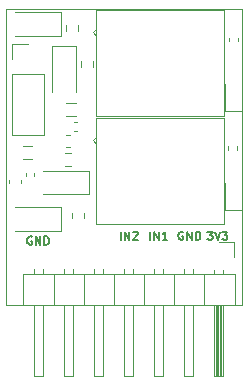
<source format=gbr>
%TF.GenerationSoftware,KiCad,Pcbnew,(5.1.8-0-10_14)*%
%TF.CreationDate,2020-11-27T11:31:21+01:00*%
%TF.ProjectId,Opto-Tacho,4f70746f-2d54-4616-9368-6f2e6b696361,rev?*%
%TF.SameCoordinates,Original*%
%TF.FileFunction,Legend,Top*%
%TF.FilePolarity,Positive*%
%FSLAX46Y46*%
G04 Gerber Fmt 4.6, Leading zero omitted, Abs format (unit mm)*
G04 Created by KiCad (PCBNEW (5.1.8-0-10_14)) date 2020-11-27 11:31:21*
%MOMM*%
%LPD*%
G01*
G04 APERTURE LIST*
%ADD10C,0.150000*%
%TA.AperFunction,Profile*%
%ADD11C,0.050000*%
%TD*%
%ADD12C,0.120000*%
G04 APERTURE END LIST*
D10*
X122166666Y-87250000D02*
X122100000Y-87216666D01*
X122000000Y-87216666D01*
X121900000Y-87250000D01*
X121833333Y-87316666D01*
X121800000Y-87383333D01*
X121766666Y-87516666D01*
X121766666Y-87616666D01*
X121800000Y-87750000D01*
X121833333Y-87816666D01*
X121900000Y-87883333D01*
X122000000Y-87916666D01*
X122066666Y-87916666D01*
X122166666Y-87883333D01*
X122200000Y-87850000D01*
X122200000Y-87616666D01*
X122066666Y-87616666D01*
X122500000Y-87916666D02*
X122500000Y-87216666D01*
X122900000Y-87916666D01*
X122900000Y-87216666D01*
X123233333Y-87916666D02*
X123233333Y-87216666D01*
X123400000Y-87216666D01*
X123500000Y-87250000D01*
X123566666Y-87316666D01*
X123600000Y-87383333D01*
X123633333Y-87516666D01*
X123633333Y-87616666D01*
X123600000Y-87750000D01*
X123566666Y-87816666D01*
X123500000Y-87883333D01*
X123400000Y-87916666D01*
X123233333Y-87916666D01*
X129700000Y-87516666D02*
X129700000Y-86816666D01*
X130033333Y-87516666D02*
X130033333Y-86816666D01*
X130433333Y-87516666D01*
X130433333Y-86816666D01*
X130733333Y-86883333D02*
X130766666Y-86850000D01*
X130833333Y-86816666D01*
X131000000Y-86816666D01*
X131066666Y-86850000D01*
X131100000Y-86883333D01*
X131133333Y-86950000D01*
X131133333Y-87016666D01*
X131100000Y-87116666D01*
X130700000Y-87516666D01*
X131133333Y-87516666D01*
D11*
X120000000Y-93000000D02*
X120000000Y-90000000D01*
D10*
X132200000Y-87516666D02*
X132200000Y-86816666D01*
X132533333Y-87516666D02*
X132533333Y-86816666D01*
X132933333Y-87516666D01*
X132933333Y-86816666D01*
X133633333Y-87516666D02*
X133233333Y-87516666D01*
X133433333Y-87516666D02*
X133433333Y-86816666D01*
X133366666Y-86916666D01*
X133300000Y-86983333D01*
X133233333Y-87016666D01*
X134966666Y-86850000D02*
X134900000Y-86816666D01*
X134800000Y-86816666D01*
X134700000Y-86850000D01*
X134633333Y-86916666D01*
X134600000Y-86983333D01*
X134566666Y-87116666D01*
X134566666Y-87216666D01*
X134600000Y-87350000D01*
X134633333Y-87416666D01*
X134700000Y-87483333D01*
X134800000Y-87516666D01*
X134866666Y-87516666D01*
X134966666Y-87483333D01*
X135000000Y-87450000D01*
X135000000Y-87216666D01*
X134866666Y-87216666D01*
X135300000Y-87516666D02*
X135300000Y-86816666D01*
X135700000Y-87516666D01*
X135700000Y-86816666D01*
X136033333Y-87516666D02*
X136033333Y-86816666D01*
X136200000Y-86816666D01*
X136300000Y-86850000D01*
X136366666Y-86916666D01*
X136400000Y-86983333D01*
X136433333Y-87116666D01*
X136433333Y-87216666D01*
X136400000Y-87350000D01*
X136366666Y-87416666D01*
X136300000Y-87483333D01*
X136200000Y-87516666D01*
X136033333Y-87516666D01*
X137033333Y-86816666D02*
X137466666Y-86816666D01*
X137233333Y-87083333D01*
X137333333Y-87083333D01*
X137400000Y-87116666D01*
X137433333Y-87150000D01*
X137466666Y-87216666D01*
X137466666Y-87383333D01*
X137433333Y-87450000D01*
X137400000Y-87483333D01*
X137333333Y-87516666D01*
X137133333Y-87516666D01*
X137066666Y-87483333D01*
X137033333Y-87450000D01*
X137666666Y-86816666D02*
X137900000Y-87516666D01*
X138133333Y-86816666D01*
X138300000Y-86816666D02*
X138733333Y-86816666D01*
X138500000Y-87083333D01*
X138600000Y-87083333D01*
X138666666Y-87116666D01*
X138700000Y-87150000D01*
X138733333Y-87216666D01*
X138733333Y-87383333D01*
X138700000Y-87450000D01*
X138666666Y-87483333D01*
X138600000Y-87516666D01*
X138400000Y-87516666D01*
X138333333Y-87483333D01*
X138300000Y-87450000D01*
D11*
X120000000Y-68000000D02*
X120000000Y-90000000D01*
X140000000Y-68000000D02*
X120000000Y-68000000D01*
X140000000Y-93000000D02*
X140000000Y-68000000D01*
X120000000Y-93000000D02*
X140000000Y-93000000D01*
D12*
%TO.C,J901*%
X120520000Y-70895000D02*
X121850000Y-70895000D01*
X120520000Y-72225000D02*
X120520000Y-70895000D01*
X120520000Y-73495000D02*
X123180000Y-73495000D01*
X123180000Y-73495000D02*
X123180000Y-78635000D01*
X120520000Y-73495000D02*
X120520000Y-78635000D01*
X120520000Y-78635000D02*
X123180000Y-78635000D01*
%TO.C,U102*%
X127325000Y-79100000D02*
X127625000Y-79400000D01*
X127625000Y-78800000D02*
X127325000Y-79100000D01*
X138425000Y-77200000D02*
X127625000Y-77200000D01*
X138425000Y-86200000D02*
X138425000Y-77200000D01*
X127625000Y-86200000D02*
X138425000Y-86200000D01*
X127625000Y-77200000D02*
X127625000Y-86200000D01*
%TO.C,R106*%
X125527500Y-85212742D02*
X125527500Y-85687258D01*
X126572500Y-85212742D02*
X126572500Y-85687258D01*
%TO.C,R105*%
X124987742Y-81247500D02*
X125462258Y-81247500D01*
X124987742Y-80202500D02*
X125462258Y-80202500D01*
%TO.C,R104*%
X138795000Y-79571359D02*
X138795000Y-79878641D01*
X139555000Y-79571359D02*
X139555000Y-79878641D01*
%TO.C,FB102*%
X121400378Y-80710000D02*
X122199622Y-80710000D01*
X121400378Y-79590000D02*
X122199622Y-79590000D01*
%TO.C,D106*%
X127000000Y-83675000D02*
X123150000Y-83675000D01*
X127000000Y-81675000D02*
X123150000Y-81675000D01*
X127000000Y-83675000D02*
X127000000Y-81675000D01*
%TO.C,D105*%
X124650000Y-86750000D02*
X120750000Y-86750000D01*
X124650000Y-84750000D02*
X120750000Y-84750000D01*
X124650000Y-86750000D02*
X124650000Y-84750000D01*
%TO.C,D104*%
X139960000Y-84960000D02*
X139960000Y-82675000D01*
X138490000Y-84960000D02*
X139960000Y-84960000D01*
X138490000Y-82675000D02*
X138490000Y-84960000D01*
%TO.C,C104*%
X120265000Y-82409420D02*
X120265000Y-82690580D01*
X121285000Y-82409420D02*
X121285000Y-82690580D01*
%TO.C,C103*%
X121665000Y-81867164D02*
X121665000Y-82082836D01*
X122385000Y-81867164D02*
X122385000Y-82082836D01*
%TO.C,U101*%
X127325000Y-69950000D02*
X127625000Y-70250000D01*
X127625000Y-69650000D02*
X127325000Y-69950000D01*
X138425000Y-68050000D02*
X127625000Y-68050000D01*
X138425000Y-77050000D02*
X138425000Y-68050000D01*
X127625000Y-77050000D02*
X138425000Y-77050000D01*
X127625000Y-68050000D02*
X127625000Y-77050000D01*
%TO.C,R103*%
X127347500Y-72862258D02*
X127347500Y-72387742D01*
X126302500Y-72862258D02*
X126302500Y-72387742D01*
%TO.C,R102*%
X126072500Y-69812258D02*
X126072500Y-69337742D01*
X125027500Y-69812258D02*
X125027500Y-69337742D01*
%TO.C,R101*%
X138895000Y-70396359D02*
X138895000Y-70703641D01*
X139655000Y-70396359D02*
X139655000Y-70703641D01*
%TO.C,FB101*%
X125075378Y-77035000D02*
X125874622Y-77035000D01*
X125075378Y-75915000D02*
X125874622Y-75915000D01*
%TO.C,D103*%
X125875000Y-71125000D02*
X125875000Y-74975000D01*
X123875000Y-71125000D02*
X123875000Y-74975000D01*
X125875000Y-71125000D02*
X123875000Y-71125000D01*
%TO.C,D102*%
X124650000Y-70225000D02*
X120750000Y-70225000D01*
X124650000Y-68225000D02*
X120750000Y-68225000D01*
X124650000Y-70225000D02*
X124650000Y-68225000D01*
%TO.C,D101*%
X139985000Y-76635000D02*
X139985000Y-74350000D01*
X138515000Y-76635000D02*
X139985000Y-76635000D01*
X138515000Y-74350000D02*
X138515000Y-76635000D01*
%TO.C,C102*%
X125084420Y-79685000D02*
X125365580Y-79685000D01*
X125084420Y-78665000D02*
X125365580Y-78665000D01*
%TO.C,C101*%
X125767164Y-78260000D02*
X125982836Y-78260000D01*
X125767164Y-77540000D02*
X125982836Y-77540000D01*
%TO.C,J101*%
X139270000Y-87680000D02*
X139270000Y-88950000D01*
X138000000Y-87680000D02*
X139270000Y-87680000D01*
X122380000Y-89992929D02*
X122380000Y-90390000D01*
X123140000Y-89992929D02*
X123140000Y-90390000D01*
X122380000Y-99050000D02*
X122380000Y-93050000D01*
X123140000Y-99050000D02*
X122380000Y-99050000D01*
X123140000Y-93050000D02*
X123140000Y-99050000D01*
X124030000Y-90390000D02*
X124030000Y-93050000D01*
X124920000Y-89992929D02*
X124920000Y-90390000D01*
X125680000Y-89992929D02*
X125680000Y-90390000D01*
X124920000Y-99050000D02*
X124920000Y-93050000D01*
X125680000Y-99050000D02*
X124920000Y-99050000D01*
X125680000Y-93050000D02*
X125680000Y-99050000D01*
X126570000Y-90390000D02*
X126570000Y-93050000D01*
X127460000Y-89992929D02*
X127460000Y-90390000D01*
X128220000Y-89992929D02*
X128220000Y-90390000D01*
X127460000Y-99050000D02*
X127460000Y-93050000D01*
X128220000Y-99050000D02*
X127460000Y-99050000D01*
X128220000Y-93050000D02*
X128220000Y-99050000D01*
X129110000Y-90390000D02*
X129110000Y-93050000D01*
X130000000Y-89992929D02*
X130000000Y-90390000D01*
X130760000Y-89992929D02*
X130760000Y-90390000D01*
X130000000Y-99050000D02*
X130000000Y-93050000D01*
X130760000Y-99050000D02*
X130000000Y-99050000D01*
X130760000Y-93050000D02*
X130760000Y-99050000D01*
X131650000Y-90390000D02*
X131650000Y-93050000D01*
X132540000Y-89992929D02*
X132540000Y-90390000D01*
X133300000Y-89992929D02*
X133300000Y-90390000D01*
X132540000Y-99050000D02*
X132540000Y-93050000D01*
X133300000Y-99050000D02*
X132540000Y-99050000D01*
X133300000Y-93050000D02*
X133300000Y-99050000D01*
X134190000Y-90390000D02*
X134190000Y-93050000D01*
X135080000Y-89992929D02*
X135080000Y-90390000D01*
X135840000Y-89992929D02*
X135840000Y-90390000D01*
X135080000Y-99050000D02*
X135080000Y-93050000D01*
X135840000Y-99050000D02*
X135080000Y-99050000D01*
X135840000Y-93050000D02*
X135840000Y-99050000D01*
X136730000Y-90390000D02*
X136730000Y-93050000D01*
X137620000Y-90060000D02*
X137620000Y-90390000D01*
X138380000Y-90060000D02*
X138380000Y-90390000D01*
X137720000Y-93050000D02*
X137720000Y-99050000D01*
X137840000Y-93050000D02*
X137840000Y-99050000D01*
X137960000Y-93050000D02*
X137960000Y-99050000D01*
X138080000Y-93050000D02*
X138080000Y-99050000D01*
X138200000Y-93050000D02*
X138200000Y-99050000D01*
X138320000Y-93050000D02*
X138320000Y-99050000D01*
X137620000Y-99050000D02*
X137620000Y-93050000D01*
X138380000Y-99050000D02*
X137620000Y-99050000D01*
X138380000Y-93050000D02*
X138380000Y-99050000D01*
X139330000Y-93050000D02*
X139330000Y-90390000D01*
X121430000Y-93050000D02*
X139330000Y-93050000D01*
X121430000Y-90390000D02*
X121430000Y-93050000D01*
X139330000Y-90390000D02*
X121430000Y-90390000D01*
%TD*%
M02*

</source>
